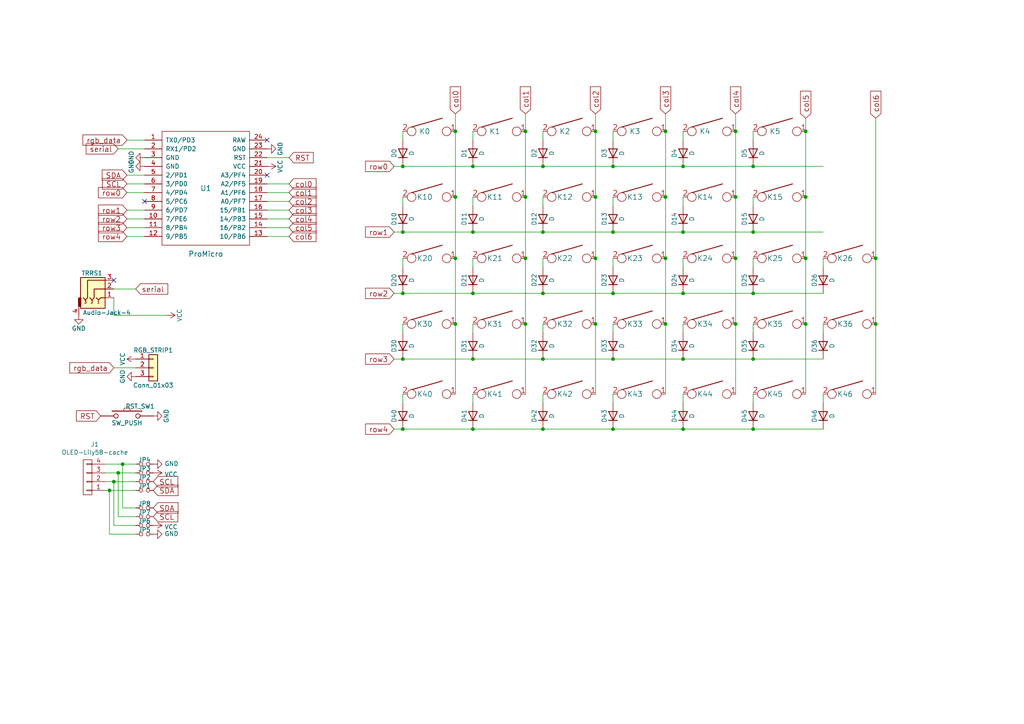
<source format=kicad_sch>
(kicad_sch (version 20211123) (generator eeschema)
  (paper "A4")
  (title_block (title "Terminal Keyboard") (date "2022-11-07") (rev "1.0") (comment 1 "MIT License"))
  (lib_symbols
    (symbol "Device:D" (pin_numbers hide) (pin_names (offset 1.016) hide)
      (property "Reference" "D" (at 0 2.54 0))
      (property "Value" "D" (at 0 -2.54 0))
      (symbol "D_0_1"
        (polyline (pts (xy -1.27 1.27) (xy -1.27 -1.27)) (stroke (width 0.254)))
        (polyline (pts (xy 1.27 0) (xy -1.27 0)))
        (polyline (pts (xy 1.27 1.27) (xy 1.27 -1.27) (xy -1.27 0) (xy 1.27 1.27)) (stroke (width 0.254)))
      )
      (symbol "D_1_1"
        (pin passive line (at -3.81 0 0) (length 2.54) (name "K") (number "1"))
        (pin passive line (at 3.81 0 180) (length 2.54) (name "A") (number "2"))
      )
    )
    (symbol "Lily58_Pro-rescue:OLED-Lily58-cache" (pin_names (offset 1.016) hide)
      (property "Reference" "J" (at 0 6.35 0))
      (property "Value" "OLED-Lily58-cache" (at 2.54 0 90))
      (symbol "OLED-Lily58-cache_0_1"
        (rectangle (start -1.27 -3.683) (end 0.254 -3.937))
        (rectangle (start -1.27 -1.143) (end 0.254 -1.397))
        (rectangle (start -1.27 1.397) (end 0.254 1.143))
        (rectangle (start -1.27 3.937) (end 0.254 3.683))
        (rectangle (start -1.27 5.08) (end 1.27 -5.08))
      )
      (symbol "OLED-Lily58-cache_1_1"
        (pin passive line (at -5.08 3.81 0) (length 3.81) (name "P1") (number "1"))
        (pin passive line (at -5.08 1.27 0) (length 3.81) (name "P2") (number "2"))
        (pin passive line (at -5.08 -1.27 0) (length 3.81) (name "P3") (number "3"))
        (pin passive line (at -5.08 -3.81 0) (length 3.81) (name "P4") (number "4"))
      )
    )
    (symbol "power:GND" (power) (pin_names (offset 0))
      (property "Value" "GND" (at 0 -3.81 0))
      (symbol "GND_0_1"
        (polyline (pts (xy 0 0) (xy 0 -1.27) (xy 1.27 -1.27) (xy 0 -2.54) (xy -1.27 -1.27) (xy 0 -1.27)))
      )
      (symbol "GND_1_1"
        (pin power_in line (at 0 0 270) (length 0) hide (name "GND") (number "1"))
      )
    )
    (symbol "power:VCC" (power) (pin_names (offset 0))
      (property "Value" "VCC" (at 0 3.81 0))
      (symbol "VCC_0_1"
        (polyline (pts (xy -0.762 1.27) (xy 0 2.54)))
        (polyline (pts (xy 0 0) (xy 0 2.54)))
        (polyline (pts (xy 0 2.54) (xy 0.762 1.27)))
      )
      (symbol "VCC_1_1"
        (pin power_in line (at 0 0 90) (length 0) hide (name "VCC") (number "1"))
      )
    )
    (symbol "redox_rev1-rescue:Audio-Jack-4" (pin_names (offset 1.016))
      (property "Reference" "J" (at -1.27 2.032 0))
      (property "Value" "Audio-Jack-4" (at 3.048 -9.398 0))
      (symbol "Audio-Jack-4_0_0"
        (rectangle (start -4.572 -8.128) (end 2.54 0.762) (stroke (width 0.254)) (fill (type background)))
        (text "1" (at 0.635 -6.35 0) (effects (font (size 0.762 0.762))))
        (text "2" (at -1.27 -6.35 0) (effects (font (size 0.762 0.762))))
        (text "3" (at -3.175 -6.35 0) (effects (font (size 0.762 0.762))))
      )
      (symbol "Audio-Jack-4_0_1"
        (rectangle (start -4.445 -7.62) (end -5.207 -5.08) (fill (type outline)))
        (polyline (pts (xy 0 -5.08) (xy 0.635 -5.715) (xy 1.27 -5.08) (xy 2.54 -5.08)) (stroke (width 0.254)))
        (polyline (pts (xy -1.905 -5.08) (xy -1.27 -5.715) (xy -0.635 -5.08) (xy -0.635 -2.54) (xy 2.54 -2.54)) (stroke (width 0.254)))
        (polyline (pts (xy 2.54 0) (xy -2.54 0) (xy -2.54 -5.08) (xy -3.175 -5.715) (xy -3.81 -5.08)) (stroke (width 0.254)))
      )
      (symbol "Audio-Jack-4_1_1"
        (pin passive line (at 5.08 -5.08 180) (length 2.54) (name "~") (number "1"))
        (pin passive line (at 5.08 -2.54 180) (length 2.54) (name "~") (number "2"))
        (pin passive line (at 5.08 0 180) (length 2.54) (name "~") (number "3"))
        (pin passive line (at -5.08 -10.16 90) (length 2.54) (name "~") (number "4"))
      )
    )
    (symbol "redox_rev1-rescue:Conn_01x03" (pin_names (offset 1.016) hide)
      (property "Reference" "J" (at 0 5.08 0))
      (property "Value" "Conn_01x03" (at 0 -5.08 0))
      (symbol "Conn_01x03_1_1"
        (rectangle (start -1.27 -2.413) (end 0 -2.667) (stroke (width 0.1524)))
        (rectangle (start -1.27 0.127) (end 0 -0.127) (stroke (width 0.1524)))
        (rectangle (start -1.27 2.667) (end 0 2.413) (stroke (width 0.1524)))
        (rectangle (start -1.27 3.81) (end 1.27 -3.81) (stroke (width 0.254)) (fill (type background)))
        (pin passive line (at -5.08 2.54 0) (length 3.81) (name "Pin_1") (number "1"))
        (pin passive line (at -5.08 0 0) (length 3.81) (name "Pin_2") (number "2"))
        (pin passive line (at -5.08 -2.54 0) (length 3.81) (name "Pin_3") (number "3"))
      )
    )
    (symbol "redox_rev1-rescue:Jumper_NO_Small-Device" (pin_numbers hide) (pin_names (offset 0.762) hide)
      (property "Reference" "JP" (at 0 2.032 0))
      (property "Value" "Jumper_NO_Small-Device" (at 0.254 -1.524 0))
      (symbol "Jumper_NO_Small-Device_0_1"
        (circle (center -1.016 0) (radius 0.508))
        (circle (center 1.016 0) (radius 0.508))
        (pin passive line (at -2.54 0 0) (length 1.016) (name "1") (number "1"))
        (pin passive line (at 2.54 0 180) (length 1.016) (name "2") (number "2"))
      )
    )
    (symbol "redox_rev1-rescue:KEYSW" (pin_names (offset 1.016))
      (property "Reference" "K?" (at -1.27 0 0))
      (symbol "KEYSW_0_1"
        (circle (center -5.08 0) (radius 1.27))
        (polyline (pts (xy -5.08 1.27) (xy 3.81 3.81)) (stroke (width 0.254)))
        (circle (center 5.08 0) (radius 1.27))
      )
      (symbol "KEYSW_1_1"
        (pin passive line (at 7.62 0 180) (length 1.27) (name "~") (number "1"))
        (pin passive line (at -7.62 0 0) (length 1.27) (name "~") (number "2"))
      )
    )
    (symbol "redox_rev1-rescue:ProMicro" (pin_names (offset 1.016))
      (property "Reference" "U" (at 0 0 0))
      (property "Value" "ProMicro" (at 0 -19.05 0))
      (symbol "ProMicro_0_1"
        (rectangle (start -12.7 -16.51) (end 12.7 16.51))
      )
      (symbol "ProMicro_1_1"
        (pin input line (at -17.78 13.97 0) (length 5.08) (name "TX0/PD3") (number "1"))
        (pin input line (at -17.78 -8.89 0) (length 5.08) (name "7/PE6") (number "10"))
        (pin input line (at -17.78 -11.43 0) (length 5.08) (name "8/PB4") (number "11"))
        (pin input line (at -17.78 -13.97 0) (length 5.08) (name "9/PB5") (number "12"))
        (pin input line (at 17.78 -13.97 180) (length 5.08) (name "10/PB6") (number "13"))
        (pin input line (at 17.78 -11.43 180) (length 5.08) (name "16/PB2") (number "14"))
        (pin input line (at 17.78 -8.89 180) (length 5.08) (name "14/PB3") (number "15"))
        (pin input line (at 17.78 -6.35 180) (length 5.08) (name "15/PB1") (number "16"))
        (pin input line (at 17.78 -3.81 180) (length 5.08) (name "A0/PF7") (number "17"))
        (pin input line (at 17.78 -1.27 180) (length 5.08) (name "A1/PF6") (number "18"))
        (pin input line (at 17.78 1.27 180) (length 5.08) (name "A2/PF5") (number "19"))
        (pin input line (at -17.78 11.43 0) (length 5.08) (name "RX1/PD2") (number "2"))
        (pin input line (at 17.78 3.81 180) (length 5.08) (name "A3/PF4") (number "20"))
        (pin input line (at 17.78 6.35 180) (length 5.08) (name "VCC") (number "21"))
        (pin input line (at 17.78 8.89 180) (length 5.08) (name "RST") (number "22"))
        (pin input line (at 17.78 11.43 180) (length 5.08) (name "GND") (number "23"))
        (pin input line (at 17.78 13.97 180) (length 5.08) (name "RAW") (number "24"))
        (pin input line (at -17.78 8.89 0) (length 5.08) (name "GND") (number "3"))
        (pin input line (at -17.78 6.35 0) (length 5.08) (name "GND") (number "4"))
        (pin input line (at -17.78 3.81 0) (length 5.08) (name "2/PD1") (number "5"))
        (pin input line (at -17.78 1.27 0) (length 5.08) (name "3/PD0") (number "6"))
        (pin input line (at -17.78 -1.27 0) (length 5.08) (name "4/PD4") (number "7"))
        (pin input line (at -17.78 -3.81 0) (length 5.08) (name "5/PC6") (number "8"))
        (pin input line (at -17.78 -6.35 0) (length 5.08) (name "6/PD7") (number "9"))
      )
    )
    (symbol "redox_rev1-rescue:SW_PUSH" (pin_numbers hide) (pin_names (offset 1.016) hide)
      (property "Reference" "SW" (at 3.81 2.794 0))
      (property "Value" "SW_PUSH" (at 0 -2.032 0))
      (symbol "SW_PUSH_0_1"
        (rectangle (start -4.318 1.27) (end 4.318 1.524))
        (polyline (pts (xy -1.016 1.524) (xy -0.762 2.286) (xy 0.762 2.286) (xy 1.016 1.524)))
        (pin passive inverted (at -7.62 0 0) (length 5.08) (name "1") (number "1"))
        (pin passive inverted (at 7.62 0 180) (length 5.08) (name "2") (number "2"))
      )
    )
  )
  (junction (at 172.72 74.93))
  (junction (at 193.04 38.1))
  (junction (at 198.12 48.26))
  (junction (at 198.12 124.46))
  (junction (at 137.16 85.09))
  (junction (at 157.48 85.09))
  (junction (at 233.68 57.15))
  (junction (at 152.4 38.1))
  (junction (at 35.56 134.62))
  (junction (at 116.84 67.31))
  (junction (at 137.16 104.14))
  (junction (at 218.44 67.31))
  (junction (at 233.68 38.1))
  (junction (at 177.8 124.46))
  (junction (at 31.75 142.24))
  (junction (at 157.48 67.31))
  (junction (at 137.16 67.31))
  (junction (at 213.36 38.1))
  (junction (at 137.16 48.26))
  (junction (at 152.4 93.98))
  (junction (at 177.8 48.26))
  (junction (at 132.08 38.1))
  (junction (at 157.48 124.46))
  (junction (at 213.36 74.93))
  (junction (at 198.12 85.09))
  (junction (at 116.84 48.26))
  (junction (at 116.84 124.46))
  (junction (at 177.8 104.14))
  (junction (at 33.02 139.7))
  (junction (at 218.44 48.26))
  (junction (at 152.4 74.93))
  (junction (at 213.36 57.15))
  (junction (at 233.68 93.98))
  (junction (at 218.44 124.46))
  (junction (at 218.44 85.09))
  (junction (at 172.72 93.98))
  (junction (at 177.8 67.31))
  (junction (at 132.08 93.98))
  (junction (at 34.29 137.16))
  (junction (at 172.72 38.1))
  (junction (at 157.48 104.14))
  (junction (at 198.12 67.31))
  (junction (at 233.68 74.93))
  (junction (at 193.04 93.98))
  (junction (at 116.84 85.09))
  (junction (at 132.08 74.93))
  (junction (at 254 74.93))
  (junction (at 172.72 57.15))
  (junction (at 152.4 57.15))
  (junction (at 193.04 74.93))
  (junction (at 254 93.98))
  (junction (at 213.36 93.98))
  (junction (at 137.16 124.46))
  (junction (at 132.08 57.15))
  (junction (at 157.48 48.26))
  (junction (at 177.8 85.09))
  (junction (at 198.12 104.14))
  (junction (at 193.04 57.15))
  (junction (at 116.84 104.14))
  (junction (at 218.44 104.14))
  (no_connect (at 33.02 81.28))
  (no_connect (at 77.47 40.64))
  (no_connect (at 77.47 50.8))
  (no_connect (at 41.91 58.42))
  (wire (pts (xy 36.83 66.04) (xy 41.91 66.04)))
  (wire (pts (xy 31.75 142.24) (xy 39.37 142.24)))
  (wire (pts (xy 77.47 68.58) (xy 83.82 68.58)))
  (wire (pts (xy 116.84 124.46) (xy 137.16 124.46)))
  (wire (pts (xy 233.68 74.93) (xy 233.68 93.98)))
  (wire (pts (xy 193.04 57.15) (xy 193.04 74.93)))
  (wire (pts (xy 238.76 74.93) (xy 238.76 77.47)))
  (wire (pts (xy 116.84 85.09) (xy 137.16 85.09)))
  (wire (pts (xy 198.12 93.98) (xy 198.12 96.52)))
  (wire (pts (xy 218.44 104.14) (xy 238.76 104.14)))
  (wire (pts (xy 137.16 67.31) (xy 157.48 67.31)))
  (wire (pts (xy 152.4 38.1) (xy 152.4 57.15)))
  (wire (pts (xy 33.02 139.7) (xy 39.37 139.7)))
  (wire (pts (xy 177.8 124.46) (xy 198.12 124.46)))
  (wire (pts (xy 137.16 114.3) (xy 137.16 116.84)))
  (wire (pts (xy 213.36 57.15) (xy 213.36 74.93)))
  (wire (pts (xy 218.44 74.93) (xy 218.44 77.47)))
  (wire (pts (xy 30.48 139.7) (xy 33.02 139.7)))
  (wire (pts (xy 213.36 33.02) (xy 213.36 38.1)))
  (wire (pts (xy 218.44 124.46) (xy 238.76 124.46)))
  (wire (pts (xy 233.68 57.15) (xy 233.68 74.93)))
  (wire (pts (xy 33.02 83.82) (xy 39.37 83.82)))
  (wire (pts (xy 152.4 93.98) (xy 152.4 114.3)))
  (wire (pts (xy 218.44 85.09) (xy 238.76 85.09)))
  (wire (pts (xy 198.12 57.15) (xy 198.12 59.69)))
  (wire (pts (xy 36.83 53.34) (xy 41.91 53.34)))
  (wire (pts (xy 132.08 38.1) (xy 132.08 57.15)))
  (wire (pts (xy 177.8 93.98) (xy 177.8 96.52)))
  (wire (pts (xy 132.08 93.98) (xy 132.08 114.3)))
  (wire (pts (xy 33.02 91.44) (xy 48.26 91.44)))
  (wire (pts (xy 36.83 68.58) (xy 41.91 68.58)))
  (wire (pts (xy 114.3 67.31) (xy 116.84 67.31)))
  (wire (pts (xy 77.47 45.72) (xy 83.82 45.72)))
  (wire (pts (xy 177.8 85.09) (xy 198.12 85.09)))
  (wire (pts (xy 177.8 38.1) (xy 177.8 40.64)))
  (wire (pts (xy 33.02 139.7) (xy 33.02 152.4)))
  (wire (pts (xy 177.8 114.3) (xy 177.8 116.84)))
  (wire (pts (xy 177.8 74.93) (xy 177.8 77.47)))
  (wire (pts (xy 116.84 57.15) (xy 116.84 59.69)))
  (wire (pts (xy 34.29 137.16) (xy 39.37 137.16)))
  (wire (pts (xy 116.84 74.93) (xy 116.84 77.47)))
  (wire (pts (xy 233.68 38.1) (xy 233.68 57.15)))
  (wire (pts (xy 34.29 43.18) (xy 41.91 43.18)))
  (wire (pts (xy 172.72 57.15) (xy 172.72 74.93)))
  (wire (pts (xy 114.3 85.09) (xy 116.84 85.09)))
  (wire (pts (xy 33.02 106.68) (xy 39.37 106.68)))
  (wire (pts (xy 177.8 48.26) (xy 198.12 48.26)))
  (wire (pts (xy 137.16 57.15) (xy 137.16 59.69)))
  (wire (pts (xy 152.4 74.93) (xy 152.4 93.98)))
  (wire (pts (xy 33.02 86.36) (xy 33.02 91.44)))
  (wire (pts (xy 137.16 74.93) (xy 137.16 77.47)))
  (wire (pts (xy 172.72 38.1) (xy 172.72 57.15)))
  (wire (pts (xy 35.56 147.32) (xy 39.37 147.32)))
  (wire (pts (xy 198.12 124.46) (xy 218.44 124.46)))
  (wire (pts (xy 157.48 48.26) (xy 177.8 48.26)))
  (wire (pts (xy 157.48 124.46) (xy 177.8 124.46)))
  (wire (pts (xy 137.16 85.09) (xy 157.48 85.09)))
  (wire (pts (xy 254 74.93) (xy 254 93.98)))
  (wire (pts (xy 36.83 60.96) (xy 41.91 60.96)))
  (wire (pts (xy 152.4 57.15) (xy 152.4 74.93)))
  (wire (pts (xy 177.8 57.15) (xy 177.8 59.69)))
  (wire (pts (xy 36.83 50.8) (xy 41.91 50.8)))
  (wire (pts (xy 30.48 134.62) (xy 35.56 134.62)))
  (wire (pts (xy 157.48 93.98) (xy 157.48 96.52)))
  (wire (pts (xy 193.04 93.98) (xy 193.04 114.3)))
  (wire (pts (xy 213.36 93.98) (xy 213.36 114.3)))
  (wire (pts (xy 116.84 93.98) (xy 116.84 96.52)))
  (wire (pts (xy 218.44 93.98) (xy 218.44 96.52)))
  (wire (pts (xy 198.12 38.1) (xy 198.12 40.64)))
  (wire (pts (xy 30.48 142.24) (xy 31.75 142.24)))
  (wire (pts (xy 137.16 93.98) (xy 137.16 96.52)))
  (wire (pts (xy 77.47 55.88) (xy 83.82 55.88)))
  (wire (pts (xy 77.47 53.34) (xy 83.82 53.34)))
  (wire (pts (xy 137.16 124.46) (xy 157.48 124.46)))
  (wire (pts (xy 218.44 114.3) (xy 218.44 116.84)))
  (wire (pts (xy 198.12 114.3) (xy 198.12 116.84)))
  (wire (pts (xy 172.72 93.98) (xy 172.72 114.3)))
  (wire (pts (xy 157.48 85.09) (xy 177.8 85.09)))
  (wire (pts (xy 177.8 104.14) (xy 198.12 104.14)))
  (wire (pts (xy 172.72 33.02) (xy 172.72 38.1)))
  (wire (pts (xy 157.48 57.15) (xy 157.48 59.69)))
  (wire (pts (xy 198.12 85.09) (xy 218.44 85.09)))
  (wire (pts (xy 31.75 142.24) (xy 31.75 154.94)))
  (wire (pts (xy 157.48 104.14) (xy 177.8 104.14)))
  (wire (pts (xy 77.47 63.5) (xy 83.82 63.5)))
  (wire (pts (xy 198.12 74.93) (xy 198.12 77.47)))
  (wire (pts (xy 77.47 66.04) (xy 83.82 66.04)))
  (wire (pts (xy 193.04 74.93) (xy 193.04 93.98)))
  (wire (pts (xy 172.72 74.93) (xy 172.72 93.98)))
  (wire (pts (xy 157.48 74.93) (xy 157.48 77.47)))
  (wire (pts (xy 116.84 38.1) (xy 116.84 40.64)))
  (wire (pts (xy 193.04 33.02) (xy 193.04 38.1)))
  (wire (pts (xy 218.44 48.26) (xy 238.76 48.26)))
  (wire (pts (xy 218.44 38.1) (xy 218.44 40.64)))
  (wire (pts (xy 132.08 74.93) (xy 132.08 93.98)))
  (wire (pts (xy 31.75 154.94) (xy 39.37 154.94)))
  (wire (pts (xy 193.04 38.1) (xy 193.04 57.15)))
  (wire (pts (xy 137.16 38.1) (xy 137.16 40.64)))
  (wire (pts (xy 157.48 114.3) (xy 157.48 116.84)))
  (wire (pts (xy 152.4 33.02) (xy 152.4 38.1)))
  (wire (pts (xy 198.12 67.31) (xy 218.44 67.31)))
  (wire (pts (xy 36.83 63.5) (xy 41.91 63.5)))
  (wire (pts (xy 218.44 57.15) (xy 218.44 59.69)))
  (wire (pts (xy 116.84 104.14) (xy 137.16 104.14)))
  (wire (pts (xy 198.12 48.26) (xy 218.44 48.26)))
  (wire (pts (xy 157.48 38.1) (xy 157.48 40.64)))
  (wire (pts (xy 213.36 38.1) (xy 213.36 57.15)))
  (wire (pts (xy 213.36 74.93) (xy 213.36 93.98)))
  (wire (pts (xy 198.12 104.14) (xy 218.44 104.14)))
  (wire (pts (xy 33.02 152.4) (xy 39.37 152.4)))
  (wire (pts (xy 177.8 67.31) (xy 198.12 67.31)))
  (wire (pts (xy 77.47 60.96) (xy 83.82 60.96)))
  (wire (pts (xy 116.84 114.3) (xy 116.84 116.84)))
  (wire (pts (xy 233.68 34.29) (xy 233.68 38.1)))
  (wire (pts (xy 35.56 134.62) (xy 39.37 134.62)))
  (wire (pts (xy 157.48 67.31) (xy 177.8 67.31)))
  (wire (pts (xy 132.08 57.15) (xy 132.08 74.93)))
  (wire (pts (xy 34.29 149.86) (xy 39.37 149.86)))
  (wire (pts (xy 35.56 134.62) (xy 35.56 147.32)))
  (wire (pts (xy 254 34.29) (xy 254 74.93)))
  (wire (pts (xy 238.76 114.3) (xy 238.76 116.84)))
  (wire (pts (xy 114.3 124.46) (xy 116.84 124.46)))
  (wire (pts (xy 34.29 137.16) (xy 34.29 149.86)))
  (wire (pts (xy 30.48 137.16) (xy 34.29 137.16)))
  (wire (pts (xy 254 93.98) (xy 254 114.3)))
  (wire (pts (xy 238.76 93.98) (xy 238.76 96.52)))
  (wire (pts (xy 132.08 33.02) (xy 132.08 38.1)))
  (wire (pts (xy 114.3 104.14) (xy 116.84 104.14)))
  (wire (pts (xy 36.83 55.88) (xy 41.91 55.88)))
  (wire (pts (xy 116.84 48.26) (xy 137.16 48.26)))
  (wire (pts (xy 137.16 104.14) (xy 157.48 104.14)))
  (wire (pts (xy 114.3 48.26) (xy 116.84 48.26)))
  (wire (pts (xy 137.16 48.26) (xy 157.48 48.26)))
  (wire (pts (xy 36.83 40.64) (xy 41.91 40.64)))
  (wire (pts (xy 116.84 67.31) (xy 137.16 67.31)))
  (wire (pts (xy 218.44 67.31) (xy 238.76 67.31)))
  (wire (pts (xy 77.47 58.42) (xy 83.82 58.42)))
  (wire (pts (xy 233.68 93.98) (xy 233.68 114.3)))
  (global_label "row1" (shape input) (at 114.3 67.31 180) (effects (font (size 1.524 1.524))) (property "Intersheet References" "${INTERSHEET_REFS}" (effects hide)))
  (global_label "row0" (shape input) (at 114.3 48.26 180) (effects (font (size 1.524 1.524))) (property "Intersheet References" "${INTERSHEET_REFS}" (effects hide)))
  (global_label "col1" (shape input) (at 83.82 55.88 0) (effects (font (size 1.524 1.524))) (property "Intersheet References" "${INTERSHEET_REFS}" (effects hide)))
  (global_label "SCL" (shape input) (at 44.45 139.7 0) (effects (font (size 1.524 1.524))) (property "Intersheet References" "${INTERSHEET_REFS}" (effects hide)))
  (global_label "col3" (shape input) (at 193.04 33.02 90) (effects (font (size 1.524 1.524))) (property "Intersheet References" "${INTERSHEET_REFS}" (effects hide)))
  (global_label "col0" (shape input) (at 83.82 53.34 0) (effects (font (size 1.524 1.524))) (property "Intersheet References" "${INTERSHEET_REFS}" (effects hide)))
  (global_label "col2" (shape input) (at 172.72 33.02 90) (effects (font (size 1.524 1.524))) (property "Intersheet References" "${INTERSHEET_REFS}" (effects hide)))
  (global_label "col4" (shape input) (at 83.82 63.5 0) (effects (font (size 1.524 1.524))) (property "Intersheet References" "${INTERSHEET_REFS}" (effects hide)))
  (global_label "RST" (shape input) (at 83.82 45.72 0) (effects (font (size 1.524 1.524))) (property "Intersheet References" "${INTERSHEET_REFS}" (effects hide)))
  (global_label "col5" (shape input) (at 233.68 34.29 90) (effects (font (size 1.524 1.524))) (property "Intersheet References" "${INTERSHEET_REFS}" (effects hide)))
  (global_label "row0" (shape input) (at 36.83 55.88 180) (effects (font (size 1.524 1.524))) (property "Intersheet References" "${INTERSHEET_REFS}" (effects hide)))
  (global_label "SCL" (shape input) (at 36.83 53.34 180) (effects (font (size 1.524 1.524))) (property "Intersheet References" "${INTERSHEET_REFS}" (effects hide)))
  (global_label "SCL" (shape input) (at 44.45 149.86 0) (effects (font (size 1.524 1.524))) (property "Intersheet References" "${INTERSHEET_REFS}" (effects hide)))
  (global_label "row3" (shape input) (at 114.3 104.14 180) (effects (font (size 1.524 1.524))) (property "Intersheet References" "${INTERSHEET_REFS}" (effects hide)))
  (global_label "RST" (shape input) (at 29.21 120.65 180) (effects (font (size 1.524 1.524))) (property "Intersheet References" "${INTERSHEET_REFS}" (effects hide)))
  (global_label "SDA" (shape input) (at 44.45 147.32 0) (effects (font (size 1.524 1.524))) (property "Intersheet References" "${INTERSHEET_REFS}" (effects hide)))
  (global_label "serial" (shape input) (at 34.29 43.18 180) (effects (font (size 1.524 1.524))) (property "Intersheet References" "${INTERSHEET_REFS}" (effects hide)))
  (global_label "row1" (shape input) (at 36.83 60.96 180) (effects (font (size 1.524 1.524))) (property "Intersheet References" "${INTERSHEET_REFS}" (effects hide)))
  (global_label "col3" (shape input) (at 83.82 60.96 0) (effects (font (size 1.524 1.524))) (property "Intersheet References" "${INTERSHEET_REFS}" (effects hide)))
  (global_label "row4" (shape input) (at 114.3 124.46 180) (effects (font (size 1.524 1.524))) (property "Intersheet References" "${INTERSHEET_REFS}" (effects hide)))
  (global_label "col2" (shape input) (at 83.82 58.42 0) (effects (font (size 1.524 1.524))) (property "Intersheet References" "${INTERSHEET_REFS}" (effects hide)))
  (global_label "SDA" (shape input) (at 36.83 50.8 180) (effects (font (size 1.524 1.524))) (property "Intersheet References" "${INTERSHEET_REFS}" (effects hide)))
  (global_label "col0" (shape input) (at 132.08 33.02 90) (effects (font (size 1.524 1.524))) (property "Intersheet References" "${INTERSHEET_REFS}" (effects hide)))
  (global_label "row2" (shape input) (at 36.83 63.5 180) (effects (font (size 1.524 1.524))) (property "Intersheet References" "${INTERSHEET_REFS}" (effects hide)))
  (global_label "row4" (shape input) (at 36.83 68.58 180) (effects (font (size 1.524 1.524))) (property "Intersheet References" "${INTERSHEET_REFS}" (effects hide)))
  (global_label "rgb_data" (shape input) (at 36.83 40.64 180) (effects (font (size 1.524 1.524))) (property "Intersheet References" "${INTERSHEET_REFS}" (effects hide)))
  (global_label "serial" (shape input) (at 39.37 83.82 0) (effects (font (size 1.524 1.524))) (property "Intersheet References" "${INTERSHEET_REFS}" (effects hide)))
  (global_label "row3" (shape input) (at 36.83 66.04 180) (effects (font (size 1.524 1.524))) (property "Intersheet References" "${INTERSHEET_REFS}" (effects hide)))
  (global_label "rgb_data" (shape input) (at 33.02 106.68 180) (effects (font (size 1.524 1.524))) (property "Intersheet References" "${INTERSHEET_REFS}" (effects hide)))
  (global_label "col6" (shape input) (at 254 34.29 90) (effects (font (size 1.524 1.524))) (property "Intersheet References" "${INTERSHEET_REFS}" (effects hide)))
  (global_label "col5" (shape input) (at 83.82 66.04 0) (effects (font (size 1.524 1.524))) (property "Intersheet References" "${INTERSHEET_REFS}" (effects hide)))
  (global_label "SDA" (shape input) (at 44.45 142.24 0) (effects (font (size 1.524 1.524))) (property "Intersheet References" "${INTERSHEET_REFS}" (effects hide)))
  (global_label "col1" (shape input) (at 152.4 33.02 90) (effects (font (size 1.524 1.524))) (property "Intersheet References" "${INTERSHEET_REFS}" (effects hide)))
  (global_label "col4" (shape input) (at 213.36 33.02 90) (effects (font (size 1.524 1.524))) (property "Intersheet References" "${INTERSHEET_REFS}" (effects hide)))
  (global_label "row2" (shape input) (at 114.3 85.09 180) (effects (font (size 1.524 1.524))) (property "Intersheet References" "${INTERSHEET_REFS}" (effects hide)))
  (global_label "col6" (shape input) (at 83.82 68.58 0) (effects (font (size 1.524 1.524))) (property "Intersheet References" "${INTERSHEET_REFS}" (effects hide)))
  (symbol (lib_id "redox_rev1-rescue:ProMicro") (at 59.69 54.61 0) (unit 1)
    (property "Reference" "U1" (at 59.69 54.61 0) (effects (font (size 1.524 1.524))))
    (property "Value" "ProMicro" (at 59.69 73.66 0) (effects (font (size 1.524 1.524))))
    (property "Footprint" "Keebio-Parts:ArduinoProMicro" (effects hide))
  )
  (symbol (lib_id "redox_rev1-rescue:Audio-Jack-4") (at 27.94 81.28 0) (unit 1)
    (property "Reference" "TRRS1" (at 26.67 79.248 0))
    (property "Value" "Audio-Jack-4" (at 30.988 90.678 0))
    (property "Footprint" "Keebio-Parts:TRRS-PJ-320A-dual" (effects hide))
  )
  (symbol (lib_id "redox_rev1-rescue:Conn_01x03") (at 44.45 106.68 0) (unit 1)
    (property "Reference" "RGB_STRIP1" (at 44.45 101.6 0))
    (property "Value" "Conn_01x03" (at 44.45 111.76 0))
    (property "Footprint" "Pin_Headers:Pin_Header_Straight_1x03_Pitch2.54mm" (effects hide))
  )
  (symbol (lib_id "redox_rev1-rescue:SW_PUSH") (at 36.83 120.65 0) (unit 1)
    (property "Reference" "RST_SW1" (at 40.64 117.856 0))
    (property "Value" "SW_PUSH" (at 36.83 122.682 0))
    (property "Footprint" "Buttons_Switches_ThroughHole:SW_PUSH_6mm_h4.3mm" (effects hide))
  )
  (symbol (lib_id "power:GND") (at 77.47 43.18 90) (unit 1)
    (property "Reference" "#PWR01" (effects hide))
    (property "Value" "GND" (at 81.28 43.18 0))
  )
  (symbol (lib_id "power:VCC") (at 77.47 48.26 270) (unit 1)
    (property "Reference" "#PWR02" (effects hide))
    (property "Value" "VCC" (at 81.28 48.26 0))
  )
  (symbol (lib_id "redox_rev1-rescue:KEYSW") (at 124.46 38.1 0) (unit 1)
    (property "Reference" "K0" (at 123.19 38.1 0) (effects (font (size 1.524 1.524))))
    (property "Value" "KEYSW" (effects hide))
    (property "Footprint" "keyswitches:SW_MX_reversible" (effects hide))
  )
  (symbol (lib_id "Device:D") (at 116.84 44.45 90) (unit 1)
    (property "Reference" "D0" (at 114.3 44.45 0))
    (property "Value" "D" (at 119.38 44.45 0))
    (property "Footprint" "Keebio-Parts:Diode-dual" (effects hide))
  )
  (symbol (lib_id "power:GND") (at 22.86 91.44 0) (unit 1)
    (property "Reference" "#PWR03" (effects hide))
    (property "Value" "GND" (at 22.86 95.25 0))
  )
  (symbol (lib_id "power:GND") (at 39.37 109.22 270) (unit 1)
    (property "Reference" "#PWR04" (effects hide))
    (property "Value" "GND" (at 35.56 109.22 0))
  )
  (symbol (lib_id "power:VCC") (at 39.37 104.14 90) (unit 1)
    (property "Reference" "#PWR05" (effects hide))
    (property "Value" "VCC" (at 35.56 104.14 0))
  )
  (symbol (lib_id "power:GND") (at 44.45 120.65 90) (unit 1)
    (property "Reference" "#PWR06" (effects hide))
    (property "Value" "GND" (at 48.26 120.65 0))
  )
  (symbol (lib_id "redox_rev1-rescue:KEYSW") (at 144.78 38.1 0) (unit 1)
    (property "Reference" "K1" (at 143.51 38.1 0) (effects (font (size 1.524 1.524))))
    (property "Value" "KEYSW" (effects hide))
    (property "Footprint" "keyswitches:SW_MX_reversible" (effects hide))
  )
  (symbol (lib_id "Device:D") (at 137.16 44.45 90) (unit 1)
    (property "Reference" "D1" (at 134.62 44.45 0))
    (property "Value" "D" (at 139.7 44.45 0))
    (property "Footprint" "Keebio-Parts:Diode-dual" (effects hide))
  )
  (symbol (lib_id "power:GND") (at 41.91 45.72 270) (unit 1)
    (property "Reference" "#PWR07" (effects hide))
    (property "Value" "GND" (at 38.1 45.72 0))
  )
  (symbol (lib_id "power:GND") (at 41.91 48.26 270) (unit 1)
    (property "Reference" "#PWR08" (effects hide))
    (property "Value" "GND" (at 38.1 48.26 0))
  )
  (symbol (lib_id "redox_rev1-rescue:KEYSW") (at 165.1 38.1 0) (unit 1)
    (property "Reference" "K2" (at 163.83 38.1 0) (effects (font (size 1.524 1.524))))
    (property "Value" "KEYSW" (effects hide))
    (property "Footprint" "keyswitches:SW_MX_reversible" (effects hide))
  )
  (symbol (lib_id "Device:D") (at 157.48 44.45 90) (unit 1)
    (property "Reference" "D2" (at 154.94 44.45 0))
    (property "Value" "D" (at 160.02 44.45 0))
    (property "Footprint" "Keebio-Parts:Diode-dual" (effects hide))
  )
  (symbol (lib_id "redox_rev1-rescue:KEYSW") (at 185.42 38.1 0) (unit 1)
    (property "Reference" "K3" (at 184.15 38.1 0) (effects (font (size 1.524 1.524))))
    (property "Value" "KEYSW" (effects hide))
    (property "Footprint" "keyswitches:SW_MX_reversible" (effects hide))
  )
  (symbol (lib_id "Device:D") (at 177.8 44.45 90) (unit 1)
    (property "Reference" "D3" (at 175.26 44.45 0))
    (property "Value" "D" (at 180.34 44.45 0))
    (property "Footprint" "Keebio-Parts:Diode-dual" (effects hide))
  )
  (symbol (lib_id "redox_rev1-rescue:KEYSW") (at 205.74 38.1 0) (unit 1)
    (property "Reference" "K4" (at 204.47 38.1 0) (effects (font (size 1.524 1.524))))
    (property "Value" "KEYSW" (effects hide))
    (property "Footprint" "keyswitches:SW_MX_reversible" (effects hide))
  )
  (symbol (lib_id "Device:D") (at 198.12 44.45 90) (unit 1)
    (property "Reference" "D4" (at 195.58 44.45 0))
    (property "Value" "D" (at 200.66 44.45 0))
    (property "Footprint" "Keebio-Parts:Diode-dual" (effects hide))
  )
  (symbol (lib_id "redox_rev1-rescue:KEYSW") (at 226.06 38.1 0) (unit 1)
    (property "Reference" "K5" (at 224.79 38.1 0) (effects (font (size 1.524 1.524))))
    (property "Value" "KEYSW" (effects hide))
    (property "Footprint" "keyswitches:SW_MX_reversible" (effects hide))
  )
  (symbol (lib_id "Device:D") (at 218.44 44.45 90) (unit 1)
    (property "Reference" "D5" (at 215.9 44.45 0))
    (property "Value" "D" (at 220.98 44.45 0))
    (property "Footprint" "Keebio-Parts:Diode-dual" (effects hide))
  )
  (symbol (lib_id "redox_rev1-rescue:KEYSW") (at 124.46 57.15 0) (unit 1)
    (property "Reference" "K10" (at 123.19 57.15 0) (effects (font (size 1.524 1.524))))
    (property "Value" "KEYSW" (effects hide))
    (property "Footprint" "keyswitches:SW_MX_reversible" (effects hide))
  )
  (symbol (lib_id "Device:D") (at 116.84 63.5 90) (unit 1)
    (property "Reference" "D10" (at 114.3 63.5 0))
    (property "Value" "D" (at 119.38 63.5 0))
    (property "Footprint" "Keebio-Parts:Diode-dual" (effects hide))
  )
  (symbol (lib_id "redox_rev1-rescue:KEYSW") (at 144.78 57.15 0) (unit 1)
    (property "Reference" "K11" (at 143.51 57.15 0) (effects (font (size 1.524 1.524))))
    (property "Value" "KEYSW" (effects hide))
    (property "Footprint" "keyswitches:SW_MX_reversible" (effects hide))
  )
  (symbol (lib_id "Device:D") (at 137.16 63.5 90) (unit 1)
    (property "Reference" "D11" (at 134.62 63.5 0))
    (property "Value" "D" (at 139.7 63.5 0))
    (property "Footprint" "Keebio-Parts:Diode-dual" (effects hide))
  )
  (symbol (lib_id "redox_rev1-rescue:KEYSW") (at 165.1 57.15 0) (unit 1)
    (property "Reference" "K12" (at 163.83 57.15 0) (effects (font (size 1.524 1.524))))
    (property "Value" "KEYSW" (effects hide))
    (property "Footprint" "keyswitches:SW_MX_reversible" (effects hide))
  )
  (symbol (lib_id "Device:D") (at 157.48 63.5 90) (unit 1)
    (property "Reference" "D12" (at 154.94 63.5 0))
    (property "Value" "D" (at 160.02 63.5 0))
    (property "Footprint" "Keebio-Parts:Diode-dual" (effects hide))
  )
  (symbol (lib_id "redox_rev1-rescue:KEYSW") (at 185.42 57.15 0) (unit 1)
    (property "Reference" "K13" (at 184.15 57.15 0) (effects (font (size 1.524 1.524))))
    (property "Value" "KEYSW" (effects hide))
    (property "Footprint" "keyswitches:SW_MX_reversible" (effects hide))
  )
  (symbol (lib_id "Device:D") (at 177.8 63.5 90) (unit 1)
    (property "Reference" "D13" (at 175.26 63.5 0))
    (property "Value" "D" (at 180.34 63.5 0))
    (property "Footprint" "Keebio-Parts:Diode-dual" (effects hide))
  )
  (symbol (lib_id "redox_rev1-rescue:KEYSW") (at 205.74 57.15 0) (unit 1)
    (property "Reference" "K14" (at 204.47 57.15 0) (effects (font (size 1.524 1.524))))
    (property "Value" "KEYSW" (effects hide))
    (property "Footprint" "keyswitches:SW_MX_reversible" (effects hide))
  )
  (symbol (lib_id "Device:D") (at 198.12 63.5 90) (unit 1)
    (property "Reference" "D14" (at 195.58 63.5 0))
    (property "Value" "D" (at 200.66 63.5 0))
    (property "Footprint" "Keebio-Parts:Diode-dual" (effects hide))
  )
  (symbol (lib_id "redox_rev1-rescue:KEYSW") (at 226.06 57.15 0) (unit 1)
    (property "Reference" "K15" (at 224.79 57.15 0) (effects (font (size 1.524 1.524))))
    (property "Value" "KEYSW" (effects hide))
    (property "Footprint" "keyswitches:SW_MX_reversible" (effects hide))
  )
  (symbol (lib_id "Device:D") (at 218.44 63.5 90) (unit 1)
    (property "Reference" "D15" (at 215.9 63.5 0))
    (property "Value" "D" (at 220.98 63.5 0))
    (property "Footprint" "Keebio-Parts:Diode-dual" (effects hide))
  )
  (symbol (lib_id "redox_rev1-rescue:KEYSW") (at 124.46 74.93 0) (unit 1)
    (property "Reference" "K20" (at 123.19 74.93 0) (effects (font (size 1.524 1.524))))
    (property "Value" "KEYSW" (effects hide))
    (property "Footprint" "keyswitches:SW_MX_reversible" (effects hide))
  )
  (symbol (lib_id "Device:D") (at 116.84 81.28 90) (unit 1)
    (property "Reference" "D20" (at 114.3 81.28 0))
    (property "Value" "D" (at 119.38 81.28 0))
    (property "Footprint" "Keebio-Parts:Diode-dual" (effects hide))
  )
  (symbol (lib_id "redox_rev1-rescue:KEYSW") (at 144.78 74.93 0) (unit 1)
    (property "Reference" "K21" (at 143.51 74.93 0) (effects (font (size 1.524 1.524))))
    (property "Value" "KEYSW" (effects hide))
    (property "Footprint" "keyswitches:SW_MX_reversible" (effects hide))
  )
  (symbol (lib_id "Device:D") (at 137.16 81.28 90) (unit 1)
    (property "Reference" "D21" (at 134.62 81.28 0))
    (property "Value" "D" (at 139.7 81.28 0))
    (property "Footprint" "Keebio-Parts:Diode-dual" (effects hide))
  )
  (symbol (lib_id "redox_rev1-rescue:KEYSW") (at 165.1 74.93 0) (unit 1)
    (property "Reference" "K22" (at 163.83 74.93 0) (effects (font (size 1.524 1.524))))
    (property "Value" "KEYSW" (effects hide))
    (property "Footprint" "keyswitches:SW_MX_reversible" (effects hide))
  )
  (symbol (lib_id "Device:D") (at 157.48 81.28 90) (unit 1)
    (property "Reference" "D22" (at 154.94 81.28 0))
    (property "Value" "D" (at 160.02 81.28 0))
    (property "Footprint" "Keebio-Parts:Diode-dual" (effects hide))
  )
  (symbol (lib_id "redox_rev1-rescue:KEYSW") (at 185.42 74.93 0) (unit 1)
    (property "Reference" "K23" (at 184.15 74.93 0) (effects (font (size 1.524 1.524))))
    (property "Value" "KEYSW" (effects hide))
    (property "Footprint" "keyswitches:SW_MX_reversible" (effects hide))
  )
  (symbol (lib_id "Device:D") (at 177.8 81.28 90) (unit 1)
    (property "Reference" "D23" (at 175.26 81.28 0))
    (property "Value" "D" (at 180.34 81.28 0))
    (property "Footprint" "Keebio-Parts:Diode-dual" (effects hide))
  )
  (symbol (lib_id "redox_rev1-rescue:KEYSW") (at 205.74 74.93 0) (unit 1)
    (property "Reference" "K24" (at 204.47 74.93 0) (effects (font (size 1.524 1.524))))
    (property "Value" "KEYSW" (effects hide))
    (property "Footprint" "keyswitches:SW_MX_reversible" (effects hide))
  )
  (symbol (lib_id "Device:D") (at 198.12 81.28 90) (unit 1)
    (property "Reference" "D24" (at 195.58 81.28 0))
    (property "Value" "D" (at 200.66 81.28 0))
    (property "Footprint" "Keebio-Parts:Diode-dual" (effects hide))
  )
  (symbol (lib_id "redox_rev1-rescue:KEYSW") (at 226.06 74.93 0) (unit 1)
    (property "Reference" "K25" (at 224.79 74.93 0) (effects (font (size 1.524 1.524))))
    (property "Value" "KEYSW" (effects hide))
    (property "Footprint" "keyswitches:SW_MX_reversible" (effects hide))
  )
  (symbol (lib_id "Device:D") (at 218.44 81.28 90) (unit 1)
    (property "Reference" "D25" (at 215.9 81.28 0))
    (property "Value" "D" (at 220.98 81.28 0))
    (property "Footprint" "Keebio-Parts:Diode-dual" (effects hide))
  )
  (symbol (lib_id "redox_rev1-rescue:KEYSW") (at 246.38 74.93 0) (unit 1)
    (property "Reference" "K26" (at 245.11 74.93 0) (effects (font (size 1.524 1.524))))
    (property "Value" "KEYSW" (effects hide))
    (property "Footprint" "keyswitches:SW_MX_reversible" (effects hide))
  )
  (symbol (lib_id "Device:D") (at 238.76 81.28 90) (unit 1)
    (property "Reference" "D26" (at 236.22 81.28 0))
    (property "Value" "D" (at 241.3 81.28 0))
    (property "Footprint" "Keebio-Parts:Diode-dual" (effects hide))
  )
  (symbol (lib_id "redox_rev1-rescue:KEYSW") (at 124.46 93.98 0) (unit 1)
    (property "Reference" "K30" (at 123.19 93.98 0) (effects (font (size 1.524 1.524))))
    (property "Value" "KEYSW" (effects hide))
    (property "Footprint" "keyswitches:SW_MX_reversible" (effects hide))
  )
  (symbol (lib_id "Device:D") (at 116.84 100.33 90) (unit 1)
    (property "Reference" "D30" (at 114.3 100.33 0))
    (property "Value" "D" (at 119.38 100.33 0))
    (property "Footprint" "Keebio-Parts:Diode-dual" (effects hide))
  )
  (symbol (lib_id "redox_rev1-rescue:KEYSW") (at 144.78 93.98 0) (unit 1)
    (property "Reference" "K31" (at 143.51 93.98 0) (effects (font (size 1.524 1.524))))
    (property "Value" "KEYSW" (effects hide))
    (property "Footprint" "keyswitches:SW_MX_reversible" (effects hide))
  )
  (symbol (lib_id "Device:D") (at 137.16 100.33 90) (unit 1)
    (property "Reference" "D31" (at 134.62 100.33 0))
    (property "Value" "D" (at 139.7 100.33 0))
    (property "Footprint" "Keebio-Parts:Diode-dual" (effects hide))
  )
  (symbol (lib_id "redox_rev1-rescue:KEYSW") (at 165.1 93.98 0) (unit 1)
    (property "Reference" "K32" (at 163.83 93.98 0) (effects (font (size 1.524 1.524))))
    (property "Value" "KEYSW" (effects hide))
    (property "Footprint" "keyswitches:SW_MX_reversible" (effects hide))
  )
  (symbol (lib_id "Device:D") (at 157.48 100.33 90) (unit 1)
    (property "Reference" "D32" (at 154.94 100.33 0))
    (property "Value" "D" (at 160.02 100.33 0))
    (property "Footprint" "Keebio-Parts:Diode-dual" (effects hide))
  )
  (symbol (lib_id "redox_rev1-rescue:KEYSW") (at 185.42 93.98 0) (unit 1)
    (property "Reference" "K33" (at 184.15 93.98 0) (effects (font (size 1.524 1.524))))
    (property "Value" "KEYSW" (effects hide))
    (property "Footprint" "keyswitches:SW_MX_reversible" (effects hide))
  )
  (symbol (lib_id "Device:D") (at 177.8 100.33 90) (unit 1)
    (property "Reference" "D33" (at 175.26 100.33 0))
    (property "Value" "D" (at 180.34 100.33 0))
    (property "Footprint" "Keebio-Parts:Diode-dual" (effects hide))
  )
  (symbol (lib_id "redox_rev1-rescue:KEYSW") (at 205.74 93.98 0) (unit 1)
    (property "Reference" "K34" (at 204.47 93.98 0) (effects (font (size 1.524 1.524))))
    (property "Value" "KEYSW" (effects hide))
    (property "Footprint" "keyswitches:SW_MX_reversible" (effects hide))
  )
  (symbol (lib_id "Device:D") (at 198.12 100.33 90) (unit 1)
    (property "Reference" "D34" (at 195.58 100.33 0))
    (property "Value" "D" (at 200.66 100.33 0))
    (property "Footprint" "Keebio-Parts:Diode-dual" (effects hide))
  )
  (symbol (lib_id "redox_rev1-rescue:KEYSW") (at 226.06 93.98 0) (unit 1)
    (property "Reference" "K35" (at 224.79 93.98 0) (effects (font (size 1.524 1.524))))
    (property "Value" "KEYSW" (effects hide))
    (property "Footprint" "keyswitches:SW_MX_reversible" (effects hide))
  )
  (symbol (lib_id "Device:D") (at 218.44 100.33 90) (unit 1)
    (property "Reference" "D35" (at 215.9 100.33 0))
    (property "Value" "D" (at 220.98 100.33 0))
    (property "Footprint" "Keebio-Parts:Diode-dual" (effects hide))
  )
  (symbol (lib_id "redox_rev1-rescue:KEYSW") (at 246.38 93.98 0) (unit 1)
    (property "Reference" "K36" (at 245.11 93.98 0) (effects (font (size 1.524 1.524))))
    (property "Value" "KEYSW" (effects hide))
    (property "Footprint" "keyswitches:SW_MX_reversible" (effects hide))
  )
  (symbol (lib_id "Device:D") (at 238.76 100.33 90) (unit 1)
    (property "Reference" "D36" (at 236.22 100.33 0))
    (property "Value" "D" (at 241.3 100.33 0))
    (property "Footprint" "Keebio-Parts:Diode-dual" (effects hide))
  )
  (symbol (lib_id "power:VCC") (at 48.26 91.44 270) (unit 1)
    (property "Reference" "#PWR09" (effects hide))
    (property "Value" "VCC" (at 52.07 91.44 0))
  )
  (symbol (lib_id "redox_rev1-rescue:KEYSW") (at 124.46 114.3 0) (unit 1)
    (property "Reference" "K40" (at 123.19 114.3 0) (effects (font (size 1.524 1.524))))
    (property "Value" "KEYSW" (effects hide))
    (property "Footprint" "keyswitches:SW_MX_reversible" (effects hide))
  )
  (symbol (lib_id "Device:D") (at 116.84 120.65 90) (unit 1)
    (property "Reference" "D40" (at 114.3 120.65 0))
    (property "Value" "D" (at 119.38 120.65 0))
    (property "Footprint" "Keebio-Parts:Diode-dual" (effects hide))
  )
  (symbol (lib_id "redox_rev1-rescue:KEYSW") (at 144.78 114.3 0) (unit 1)
    (property "Reference" "K41" (at 143.51 114.3 0) (effects (font (size 1.524 1.524))))
    (property "Value" "KEYSW" (effects hide))
    (property "Footprint" "keyswitches:SW_MX_reversible" (effects hide))
  )
  (symbol (lib_id "Device:D") (at 137.16 120.65 90) (unit 1)
    (property "Reference" "D41" (at 134.62 120.65 0))
    (property "Value" "D" (at 139.7 120.65 0))
    (property "Footprint" "Keebio-Parts:Diode-dual" (effects hide))
  )
  (symbol (lib_id "redox_rev1-rescue:KEYSW") (at 165.1 114.3 0) (unit 1)
    (property "Reference" "K42" (at 163.83 114.3 0) (effects (font (size 1.524 1.524))))
    (property "Value" "KEYSW" (effects hide))
    (property "Footprint" "keyswitches:SW_MX_reversible" (effects hide))
  )
  (symbol (lib_id "Device:D") (at 157.48 120.65 90) (unit 1)
    (property "Reference" "D42" (at 154.94 120.65 0))
    (property "Value" "D" (at 160.02 120.65 0))
    (property "Footprint" "Keebio-Parts:Diode-dual" (effects hide))
  )
  (symbol (lib_id "redox_rev1-rescue:KEYSW") (at 185.42 114.3 0) (unit 1)
    (property "Reference" "K43" (at 184.15 114.3 0) (effects (font (size 1.524 1.524))))
    (property "Value" "KEYSW" (effects hide))
    (property "Footprint" "keyswitches:SW_MX_reversible" (effects hide))
  )
  (symbol (lib_id "Device:D") (at 177.8 120.65 90) (unit 1)
    (property "Reference" "D43" (at 175.26 120.65 0))
    (property "Value" "D" (at 180.34 120.65 0))
    (property "Footprint" "Keebio-Parts:Diode-dual" (effects hide))
  )
  (symbol (lib_id "redox_rev1-rescue:KEYSW") (at 205.74 114.3 0) (unit 1)
    (property "Reference" "K44" (at 204.47 114.3 0) (effects (font (size 1.524 1.524))))
    (property "Value" "KEYSW" (effects hide))
    (property "Footprint" "keyswitches:SW_MX_reversible" (effects hide))
  )
  (symbol (lib_id "Device:D") (at 198.12 120.65 90) (unit 1)
    (property "Reference" "D44" (at 195.58 120.65 0))
    (property "Value" "D" (at 200.66 120.65 0))
    (property "Footprint" "Keebio-Parts:Diode-dual" (effects hide))
  )
  (symbol (lib_id "redox_rev1-rescue:KEYSW") (at 226.06 114.3 0) (unit 1)
    (property "Reference" "K45" (at 224.79 114.3 0) (effects (font (size 1.524 1.524))))
    (property "Value" "KEYSW" (effects hide))
    (property "Footprint" "keyswitches:SW_MX_reversible" (effects hide))
  )
  (symbol (lib_id "Device:D") (at 218.44 120.65 90) (unit 1)
    (property "Reference" "D45" (at 215.9 120.65 0))
    (property "Value" "D" (at 220.98 120.65 0))
    (property "Footprint" "Keebio-Parts:Diode-dual" (effects hide))
  )
  (symbol (lib_id "redox_rev1-rescue:KEYSW") (at 246.38 114.3 0) (unit 1)
    (property "Reference" "K46" (at 245.11 114.3 0) (effects (font (size 1.524 1.524))))
    (property "Value" "KEYSW" (effects hide))
    (property "Footprint" "keyswitches:SW_MX_reversible" (effects hide))
  )
  (symbol (lib_id "Device:D") (at 238.76 120.65 90) (unit 1)
    (property "Reference" "D46" (at 236.22 120.65 0))
    (property "Value" "D" (at 241.3 120.65 0))
    (property "Footprint" "Keebio-Parts:Diode-dual" (effects hide))
  )
  (symbol (lib_id "Lily58_Pro-rescue:OLED-Lily58-cache") (at 25.4 138.43 180) (unit 1)
    (property "Reference" "J1" (at 27.5082 128.905 0))
    (property "Value" "OLED-Lily58-cache" (at 27.5082 131.2164 0))
    (property "Footprint" "Lily58_Pro-footprint:OLED_4Pin" (effects hide))
  )
  (symbol (lib_id "power:VCC") (at 44.45 152.4 270) (unit 1)
    (property "Reference" "#PWR0104" (effects hide))
    (property "Value" "VCC" (at 47.7012 152.8318 90) (effects (justify left)))
  )
  (symbol (lib_id "power:GND") (at 44.45 134.62 90) (unit 1)
    (property "Reference" "#PWR0101" (effects hide))
    (property "Value" "GND" (at 47.7012 134.493 90) (effects (justify right)))
  )
  (symbol (lib_id "power:VCC") (at 44.45 137.16 270) (unit 1)
    (property "Reference" "#PWR0102" (effects hide))
    (property "Value" "VCC" (at 47.7012 137.5918 90) (effects (justify left)))
  )
  (symbol (lib_id "redox_rev1-rescue:Jumper_NO_Small-Device") (at 41.91 142.24 0) (unit 1)
    (property "Reference" "JP1" (at 41.91 140.97 0))
    (property "Value" "Jumper_NO_Small" (effects hide))
    (property "Footprint" "Lily58_Pro-footprint:Jumper" (effects hide))
  )
  (symbol (lib_id "redox_rev1-rescue:Jumper_NO_Small-Device") (at 41.91 139.7 0) (unit 1)
    (property "Reference" "JP2" (at 41.91 138.43 0))
    (property "Value" "Jumper_NO_Small" (effects hide))
    (property "Footprint" "Lily58_Pro-footprint:Jumper" (effects hide))
  )
  (symbol (lib_id "redox_rev1-rescue:Jumper_NO_Small-Device") (at 41.91 137.16 0) (unit 1)
    (property "Reference" "JP3" (at 41.91 135.89 0))
    (property "Value" "Jumper_NO_Small" (effects hide))
    (property "Footprint" "Lily58_Pro-footprint:Jumper" (effects hide))
  )
  (symbol (lib_id "redox_rev1-rescue:Jumper_NO_Small-Device") (at 41.91 134.62 0) (unit 1)
    (property "Reference" "JP4" (at 41.91 133.35 0))
    (property "Value" "Jumper_NO_Small" (effects hide))
    (property "Footprint" "Lily58_Pro-footprint:Jumper" (effects hide))
  )
  (symbol (lib_id "redox_rev1-rescue:Jumper_NO_Small-Device") (at 41.91 154.94 0) (unit 1)
    (property "Reference" "JP5" (at 41.91 153.67 0))
    (property "Value" "Jumper_NO_Small" (effects hide))
    (property "Footprint" "Lily58_Pro-footprint:Jumper" (effects hide))
  )
  (symbol (lib_id "redox_rev1-rescue:Jumper_NO_Small-Device") (at 41.91 152.4 0) (unit 1)
    (property "Reference" "JP6" (at 41.91 151.13 0))
    (property "Value" "Jumper_NO_Small" (effects hide))
    (property "Footprint" "Lily58_Pro-footprint:Jumper" (effects hide))
  )
  (symbol (lib_id "redox_rev1-rescue:Jumper_NO_Small-Device") (at 41.91 149.86 0) (unit 1)
    (property "Reference" "JP7" (at 41.91 148.59 0))
    (property "Value" "Jumper_NO_Small" (effects hide))
    (property "Footprint" "Lily58_Pro-footprint:Jumper" (effects hide))
  )
  (symbol (lib_id "redox_rev1-rescue:Jumper_NO_Small-Device") (at 41.91 147.32 0) (unit 1)
    (property "Reference" "JP8" (at 41.91 146.05 0))
    (property "Value" "Jumper_NO_Small" (effects hide))
    (property "Footprint" "Lily58_Pro-footprint:Jumper" (effects hide))
  )
  (symbol (lib_id "power:GND") (at 44.45 154.94 90) (unit 1)
    (property "Reference" "#PWR0103" (effects hide))
    (property "Value" "GND" (at 47.7012 154.813 90) (effects (justify right)))
  )
)
</source>
